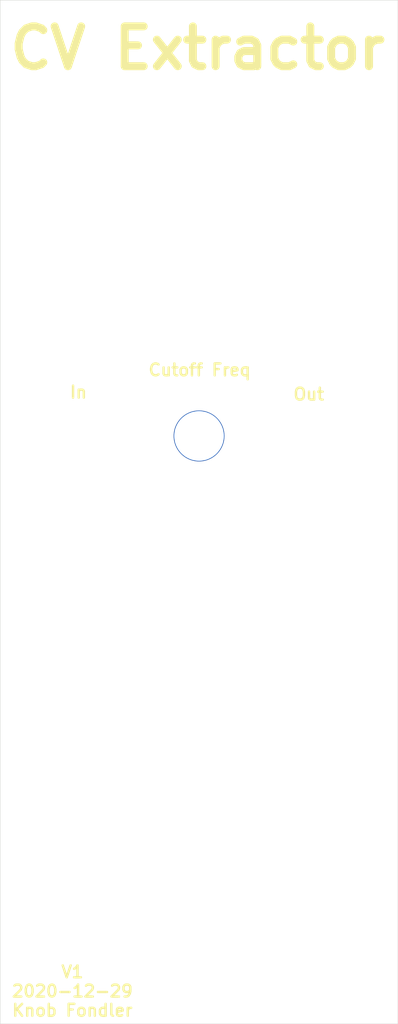
<source format=kicad_pcb>
(kicad_pcb (version 20171130) (host pcbnew 5.1.6-c6e7f7d~87~ubuntu18.04.1)

  (general
    (thickness 1.6)
    (drawings 17)
    (tracks 0)
    (zones 0)
    (modules 5)
    (nets 1)
  )

  (page A4)
  (layers
    (0 F.Cu signal)
    (31 B.Cu signal)
    (32 B.Adhes user)
    (33 F.Adhes user)
    (34 B.Paste user)
    (35 F.Paste user)
    (36 B.SilkS user)
    (37 F.SilkS user)
    (38 B.Mask user)
    (39 F.Mask user)
    (40 Dwgs.User user)
    (41 Cmts.User user)
    (42 Eco1.User user)
    (43 Eco2.User user)
    (44 Edge.Cuts user)
    (45 Margin user)
    (46 B.CrtYd user)
    (47 F.CrtYd user)
    (48 B.Fab user)
    (49 F.Fab user)
  )

  (setup
    (last_trace_width 0.25)
    (trace_clearance 0.2)
    (zone_clearance 0.508)
    (zone_45_only no)
    (trace_min 0.2)
    (via_size 0.8)
    (via_drill 0.4)
    (via_min_size 0.4)
    (via_min_drill 0.3)
    (uvia_size 0.3)
    (uvia_drill 0.1)
    (uvias_allowed no)
    (uvia_min_size 0.2)
    (uvia_min_drill 0.1)
    (edge_width 0.05)
    (segment_width 0.2)
    (pcb_text_width 0.3)
    (pcb_text_size 1.5 1.5)
    (mod_edge_width 0.12)
    (mod_text_size 1 1)
    (mod_text_width 0.15)
    (pad_size 6.4 6.4)
    (pad_drill 6.2)
    (pad_to_mask_clearance 0.05)
    (aux_axis_origin 0 0)
    (visible_elements FFFFFF7F)
    (pcbplotparams
      (layerselection 0x010fc_ffffffff)
      (usegerberextensions false)
      (usegerberattributes true)
      (usegerberadvancedattributes true)
      (creategerberjobfile true)
      (excludeedgelayer true)
      (linewidth 0.100000)
      (plotframeref false)
      (viasonmask false)
      (mode 1)
      (useauxorigin false)
      (hpglpennumber 1)
      (hpglpenspeed 20)
      (hpglpendiameter 15.000000)
      (psnegative false)
      (psa4output false)
      (plotreference true)
      (plotvalue true)
      (plotinvisibletext false)
      (padsonsilk false)
      (subtractmaskfromsilk false)
      (outputformat 1)
      (mirror false)
      (drillshape 0)
      (scaleselection 1)
      (outputdirectory "/home/user/repos/cv-extractor/front-panel/gerbers/"))
  )

  (net 0 "")

  (net_class Default "This is the default net class."
    (clearance 0.2)
    (trace_width 0.25)
    (via_dia 0.8)
    (via_drill 0.4)
    (uvia_dia 0.3)
    (uvia_drill 0.1)
  )

  (module MountingHole:MountingHole_6.4mm_M6 (layer F.Cu) (tedit 56D1B4CB) (tstamp 5FECAA4E)
    (at 85 70)
    (descr "Mounting Hole 6.4mm, no annular, M6")
    (tags "mounting hole 6.4mm no annular m6")
    (attr virtual)
    (fp_text reference REF** (at 0 -7.4 90) (layer F.SilkS) hide
      (effects (font (size 1 1) (thickness 0.15)))
    )
    (fp_text value MountingHole_6.4mm_M6 (at 0 7.4) (layer F.Fab) hide
      (effects (font (size 1 1) (thickness 0.15)))
    )
    (fp_circle (center 0 0) (end 6.4 0) (layer Cmts.User) (width 0.15))
    (fp_circle (center 0 0) (end 6.65 0) (layer F.CrtYd) (width 0.05))
    (fp_text user %R (at 0.3 0) (layer F.Fab) hide
      (effects (font (size 1 1) (thickness 0.15)))
    )
    (pad 1 np_thru_hole circle (at 0 0) (size 6.4 6.4) (drill 6.4) (layers *.Cu *.Mask))
  )

  (module MountingHole:MountingHole_6.4mm_M6 (layer F.Cu) (tedit 56D1B4CB) (tstamp 5FECA9EA)
    (at 115 70)
    (descr "Mounting Hole 6.4mm, no annular, M6")
    (tags "mounting hole 6.4mm no annular m6")
    (attr virtual)
    (fp_text reference REF** (at 0 -7.4 90) (layer F.SilkS) hide
      (effects (font (size 1 1) (thickness 0.15)))
    )
    (fp_text value MountingHole_6.4mm_M6 (at 0 7.4) (layer F.Fab) hide
      (effects (font (size 1 1) (thickness 0.15)))
    )
    (fp_circle (center 0 0) (end 6.65 0) (layer F.CrtYd) (width 0.05))
    (fp_circle (center 0 0) (end 6.4 0) (layer Cmts.User) (width 0.15))
    (fp_text user %R (at 0.3 0) (layer F.Fab) hide
      (effects (font (size 1 1) (thickness 0.15)))
    )
    (pad 1 np_thru_hole circle (at 0 0) (size 6.4 6.4) (drill 6.4) (layers *.Cu *.Mask))
  )

  (module MountingHole:MountingHole_6.4mm_M6 (layer F.Cu) (tedit 5FEBF87D) (tstamp 5FECA910)
    (at 100 66.2)
    (descr "Mounting Hole 6.4mm, no annular, M6")
    (tags "mounting hole 6.4mm no annular m6")
    (attr virtual)
    (fp_text reference REF** (at 0 -7.4) (layer F.SilkS) hide
      (effects (font (size 1 1) (thickness 0.15)))
    )
    (fp_text value MountingHole_6.4mm_M6 (at 0 7.4) (layer F.Fab) hide
      (effects (font (size 1 1) (thickness 0.15)))
    )
    (fp_circle (center 0 0) (end 6.65 0) (layer F.CrtYd) (width 0.05))
    (fp_circle (center 0 0) (end 6.4 0) (layer Cmts.User) (width 0.15))
    (fp_text user %R (at 0.3 0) (layer F.Fab) hide
      (effects (font (size 1 1) (thickness 0.15)))
    )
    (pad "" np_thru_hole circle (at 0 0) (size 6.4 6.4) (drill 6.2) (layers *.Cu *.Mask))
  )

  (module MountingHole:MountingHole_3.2mm_M3 (layer F.Cu) (tedit 56D1B4CB) (tstamp 5FECA8D5)
    (at 85 115)
    (descr "Mounting Hole 3.2mm, no annular, M3")
    (tags "mounting hole 3.2mm no annular m3")
    (attr virtual)
    (fp_text reference REF** (at 0 -4.2) (layer F.SilkS) hide
      (effects (font (size 1 1) (thickness 0.15)))
    )
    (fp_text value MountingHole_3.2mm_M3 (at -2.87 -0.78) (layer F.Cu) hide
      (effects (font (size 1 1) (thickness 0.15)))
    )
    (fp_circle (center 0 0) (end 3.2 0) (layer Cmts.User) (width 0.15))
    (fp_circle (center 0 0) (end 3.45 0) (layer F.CrtYd) (width 0.05))
    (fp_text user %R (at 0.3 0) (layer F.Fab) hide
      (effects (font (size 1 1) (thickness 0.15)))
    )
    (pad 1 np_thru_hole circle (at 0 0) (size 3.2 3.2) (drill 3.2) (layers *.Cu *.Mask))
  )

  (module MountingHole:MountingHole_3.2mm_M3 (layer F.Cu) (tedit 56D1B4CB) (tstamp 5FECA863)
    (at 115 115)
    (descr "Mounting Hole 3.2mm, no annular, M3")
    (tags "mounting hole 3.2mm no annular m3")
    (attr virtual)
    (fp_text reference REF** (at 0 -4.2) (layer F.SilkS) hide
      (effects (font (size 1 1) (thickness 0.15)))
    )
    (fp_text value MountingHole_3.2mm_M3 (at -2.87 -0.78) (layer F.Cu) hide
      (effects (font (size 1 1) (thickness 0.15)))
    )
    (fp_circle (center 0 0) (end 3.45 0) (layer F.CrtYd) (width 0.05))
    (fp_circle (center 0 0) (end 3.2 0) (layer Cmts.User) (width 0.15))
    (fp_text user %R (at 0.3 0) (layer F.Fab) hide
      (effects (font (size 1 1) (thickness 0.15)))
    )
    (pad 1 np_thru_hole circle (at 0 0) (size 3.2 3.2) (drill 3.2) (layers *.Cu *.Mask))
  )

  (gr_text "V1\n2020-12-29\nKnob Fondler" (at 84.074 135.89) (layer F.SilkS) (tstamp 5FECD7C1)
    (effects (font (size 1.5 1.5) (thickness 0.3)))
  )
  (gr_line (start 75 11.5) (end 75 140) (layer Edge.Cuts) (width 0.05) (tstamp 5FECD5FD))
  (gr_line (start 125 140) (end 75 140) (layer Edge.Cuts) (width 0.05))
  (gr_line (start 125 11.5) (end 125 140) (layer Edge.Cuts) (width 0.05))
  (gr_line (start 75 11.5) (end 125 11.5) (layer Edge.Cuts) (width 0.05))
  (gr_text "CV Extractor" (at 99.822 17.526) (layer F.SilkS) (tstamp 5FECD5C3)
    (effects (font (size 5 5) (thickness 1)))
  )
  (gr_text In (at 84.836 60.706) (layer F.SilkS) (tstamp 5FECD5B2)
    (effects (font (size 1.5 1.5) (thickness 0.3)))
  )
  (gr_text Out (at 113.792 60.96) (layer F.SilkS) (tstamp 5FECD5A2)
    (effects (font (size 1.5 1.5) (thickness 0.3)))
  )
  (gr_text "Cutoff Freq" (at 100.076 57.912) (layer F.SilkS)
    (effects (font (size 1.5 1.5) (thickness 0.3)))
  )
  (gr_circle (center 115 115) (end 118.2 115) (layer F.Fab) (width 0.15))
  (gr_circle (center 85 115) (end 88.2 115) (layer F.Fab) (width 0.15))
  (gr_circle (center 85 70) (end 86 70) (layer F.Fab) (width 0.15))
  (gr_circle (center 115 70) (end 116 70) (layer F.Fab) (width 0.15))
  (gr_line (start 80 56) (end 80 120) (layer F.Fab) (width 0.15))
  (gr_line (start 80 120) (end 120 120) (layer F.Fab) (width 0.15))
  (gr_line (start 120 56) (end 120 120) (layer F.Fab) (width 0.15))
  (gr_line (start 80 56) (end 120 56) (layer F.Fab) (width 0.15))

)

</source>
